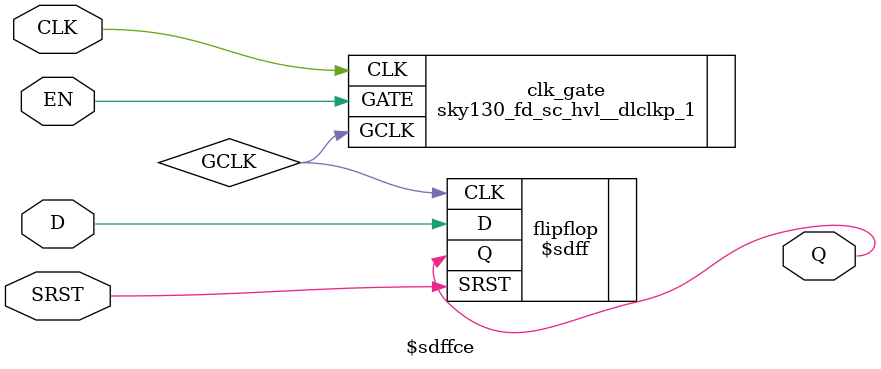
<source format=v>

/*
 	Copyright 2022 AUC Open Source Hardware Lab
	
	Licensed under the Apache License, Version 2.0 (the "License"); 
	you may not use this file except in compliance with the License. 
	You may obtain a copy of the License at:

	http://www.apache.org/licenses/LICENSE-2.0

	Unless required by applicable law or agreed to in writing, software 
	distributed under the License is distributed on an "AS IS" BASIS, 
	WITHOUT WARRANTIES OR CONDITIONS OF ANY KIND, either express or implied. 
	See the License for the specific language governing permissions and 
	limitations under the License.
*/



module \$adffe (ARST, CLK, D, EN, Q);
    parameter ARST_POLARITY =1'b1;
    parameter ARST_VALUE  =1'b0;
    parameter CLK_POLARITY =1'b1;
    parameter EN_POLARITY =1'b1;
    parameter WIDTH =1;

    input ARST, CLK, EN;
    input [WIDTH -1 :0] D; 
    output [WIDTH -1 :0] Q;

    wire GCLK;

  
    sky130_fd_sc_hvl__dlclkp_1  clk_gate ( .GCLK(GCLK), .CLK(CLK), .GATE(EN) );
   

    $adff  #( 
            .WIDTH(WIDTH), 
            .CLK_POLARITY(CLK_POLARITY),
            .ARST_VALUE(ARST_VALUE) ,
            .ARST_POLARITY (ARST_POLARITY)
            ) 
            flipflop(  
            .CLK(GCLK), 
            .ARST(ARST),
            .D(D), 
            .Q(Q)
            );
endmodule

//////////////////////////////////////////////////////////////////////////////////////
//////////////////////////////////////////////////////////////////////////////////////

module \$dffe ( CLK, D, EN, Q);
    parameter CLK_POLARITY =1'b1;
    parameter EN_POLARITY =1'b1;
    parameter WIDTH =1;

    input  CLK, EN;
    input [WIDTH -1:0] D; 
    output [WIDTH -1:0] Q;

    wire GCLK;

    sky130_fd_sc_hvl__dlclkp_1  clk_gate ( .GCLK(GCLK), .CLK(CLK), .GATE(EN) );

    $dff  #( 
            .WIDTH(WIDTH), 
            .CLK_POLARITY(CLK_POLARITY),
            ) 
            flipflop(  
            .CLK(GCLK), 
            .D(D), 
            .Q(Q)
            );
endmodule

//////////////////////////////////////////////////////////////////////////////////////
//////////////////////////////////////////////////////////////////////////////////////

module \$dffsre ( CLK, EN, CLR, SET, D, Q);
    parameter CLK_POLARITY =1'b1;
    parameter EN_POLARITY =1'b1;
    parameter CLR_POLARITY =1'b1;
    parameter SET_POLARITY =1'b1;
    parameter WIDTH =1;

    input  CLK, EN, CLR, SET;
    input [WIDTH -1:0] D; 
    output [WIDTH -1:0] Q;

    wire GCLK;

    sky130_fd_sc_hvl__dlclkp_1  clk_gate ( .GCLK(GCLK), .CLK(CLK), .GATE(EN) );

    $dffsr  #( 
            .WIDTH(WIDTH), 
            .CLK_POLARITY(CLK_POLARITY),
            .CLR_POLARITY(CLR_POLARITY), 
            .SET_POLARITY(SET_POLARITY)
            ) 
            flipflop(  
            .CLK(GCLK), 
            .CLR(CLR),
            .SET(SET),
            .D(D), 
            .Q(Q)
            );
endmodule

//////////////////////////////////////////////////////////////////////////////////////
//////////////////////////////////////////////////////////////////////////////////////

module \$aldffe ( CLK, EN, ALOAD, AD, D, Q);
    parameter CLK_POLARITY =1'b1;
    parameter EN_POLARITY =1'b1;
    parameter ALOAD_POLARITY =1'b1;
    parameter WIDTH =1;

    input  CLK, EN, ALOAD;
    input [WIDTH -1:0] D; 
    input [WIDTH-1:0] AD;
    output [WIDTH -1:0] Q;

    wire GCLK;

    sky130_fd_sc_hvl__dlclkp_1  clk_gate ( .GCLK(GCLK), .CLK(CLK), .GATE(EN) );

    $aldff  #( 
            .WIDTH(WIDTH), 
            .CLK_POLARITY(CLK_POLARITY),
            .ALOAD_POLARITY(ALOAD_POLARITY), 
            ) 
            flipflop(  
            .CLK(GCLK), 
            .D(D),
            .AD(AD),
            .Q(Q)
            );
endmodule

//////////////////////////////////////////////////////////////////////////////////////
//////////////////////////////////////////////////////////////////////////////////////

//module \$sdffe ( CLK, EN, SRST, D, Q);
//    parameter CLK_POLARITY =1'b1;
//    parameter EN_POLARITY =1'b1;
//    parameter SRST_POLARITY =1'b1;
//    parameter SRST_VALUE =1'b1;
//    parameter WIDTH =1;


//    input  CLK, EN, SRST;
//    input [WIDTH -1:0] D; 
//    output [WIDTH -1:0] Q;

//    wire GCLK;

    //sky130_fd_sc_hvl__dlclkp_1  clk_gate ( .GCLK(GCLK), .CLK(CLK), .GATE(EN) );

//    $sdff  #( 
//            .WIDTH(WIDTH), 
//            .CLK_POLARITY(CLK_POLARITY),
//            .SRST_POLARITY(SRST_POLARITY), 
//            .SRST_VALUE(SRST_VALUE)
//            ) 
//            flipflop(  
//            .CLK(GCLK), 
//            .SRST(SRST),
//            .D(D), 
//            .Q(Q)
//            );
//endmodule

//////////////////////////////////////////////////////////////////////////////////////
//////////////////////////////////////////////////////////////////////////////////////

module \$sdffce ( CLK, EN, SRST, D, Q);
    parameter CLK_POLARITY =1'b1;
    parameter EN_POLARITY =1'b1;
    parameter SRST_POLARITY =1'b1;
    parameter SRST_VALUE =1'b1;
    parameter WIDTH =1;

    input  CLK, EN, SRST;
    input [WIDTH -1:0] D; 
    output [WIDTH -1:0] Q;

    wire GCLK;

    sky130_fd_sc_hvl__dlclkp_1  clk_gate ( .GCLK(GCLK), .CLK(CLK), .GATE(EN) );

    $sdff  #( 
            .WIDTH(WIDTH), 
            .CLK_POLARITY(CLK_POLARITY),
            .SRST_POLARITY(SRST_POLARITY), 
            .SRST_VALUE(SRST_VALUE)
            ) 
            flipflop(  
            .CLK(GCLK), 
            .SRST(SRST),
            .D(D), 
            .Q(Q)
            );
endmodule

</source>
